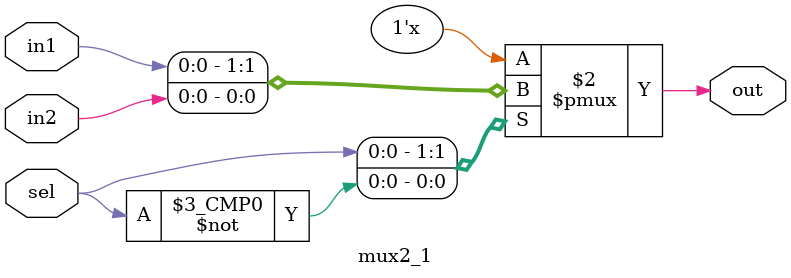
<source format=v>
module mux2_1
(
	input 		wire		in1,
	input 		wire		in2,
	input 		wire		sel,
	output		reg			out
);
always@(*)
	case(sel)
		1'b1:out =in1;
		1'b0:out =in2;
		default:out = in1;
	endcase
endmodule

</source>
